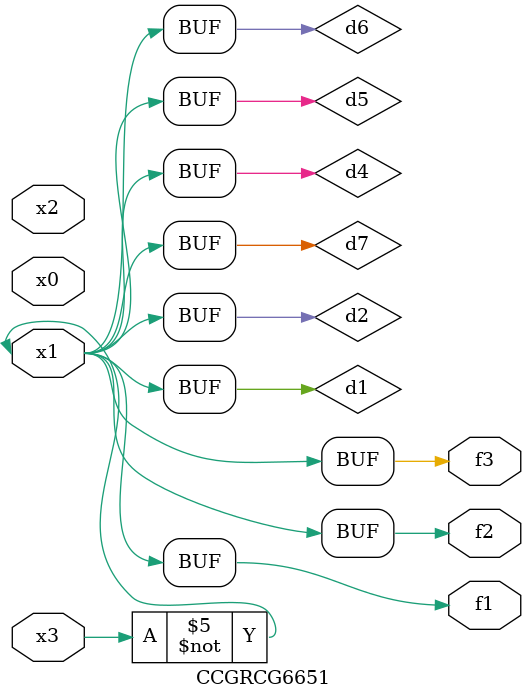
<source format=v>
module CCGRCG6651(
	input x0, x1, x2, x3,
	output f1, f2, f3
);

	wire d1, d2, d3, d4, d5, d6, d7;

	not (d1, x3);
	buf (d2, x1);
	xnor (d3, d1, d2);
	nor (d4, d1);
	buf (d5, d1, d2);
	buf (d6, d4, d5);
	nand (d7, d4);
	assign f1 = d6;
	assign f2 = d7;
	assign f3 = d6;
endmodule

</source>
